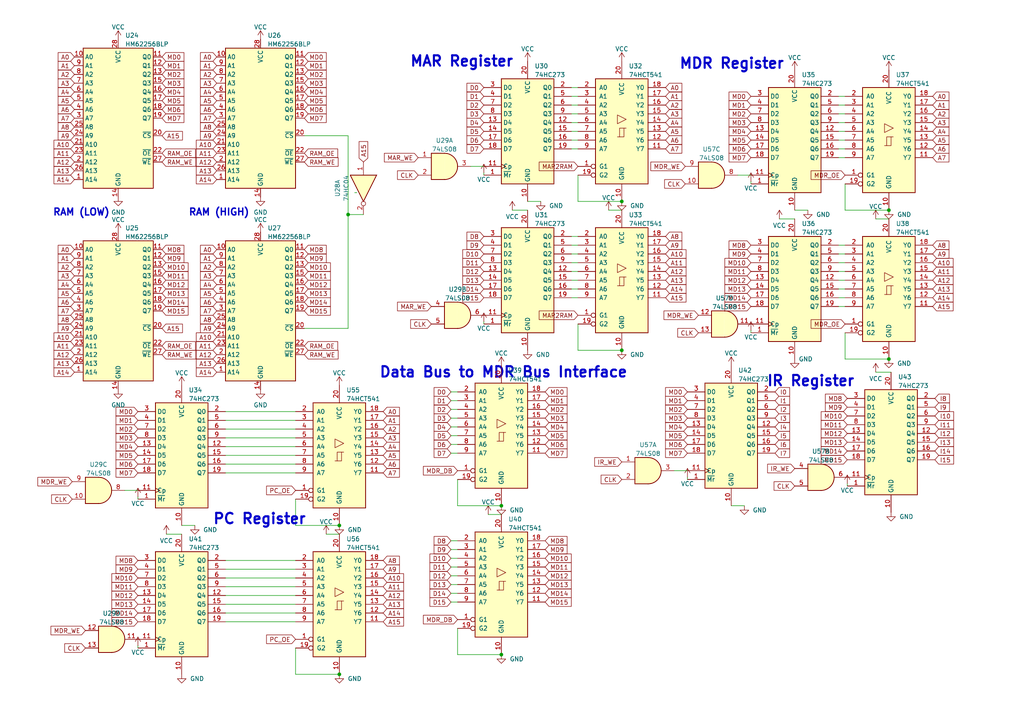
<source format=kicad_sch>
(kicad_sch (version 20211123) (generator eeschema)
  (paper "A4")
  (junction (at 145.415 146.685))
  (junction (at 98.425 195.58))
  (junction (at 145.415 189.865))
  (junction (at 100.965 62.23))
  (junction (at 98.425 152.4))
  (junction (at 180.34 101.6))
  (junction (at 180.34 58.42))
  (junction (at 257.81 104.14))
  (junction (at 257.81 60.96))
  (wire (pts (xy 243.205 71.12) (xy 245.11 71.12)))
  (wire (pts (xy 165.735 30.48) (xy 167.64 30.48)))
  (wire (pts (xy 65.405 175.26) (xy 85.725 175.26)))
  (wire (pts (xy 217.805 52.705) (xy 217.805 53.34)))
  (wire (pts (xy 243.205 27.94) (xy 245.11 27.94)))
  (wire (pts (xy 243.205 81.28) (xy 245.11 81.28)))
  (wire (pts (xy 245.11 104.14) (xy 245.11 96.52)))
  (wire (pts (xy 165.735 81.28) (xy 167.64 81.28)))
  (wire (pts (xy 167.64 101.6) (xy 167.64 93.98)))
  (wire (pts (xy 243.205 38.1) (xy 245.11 38.1)))
  (wire (pts (xy 145.415 189.865) (xy 132.715 189.865)))
  (wire (pts (xy 226.06 63.5) (xy 230.505 63.5)))
  (wire (pts (xy 65.405 172.72) (xy 85.725 172.72)))
  (wire (pts (xy 130.81 121.285) (xy 132.715 121.285)))
  (wire (pts (xy 130.81 116.205) (xy 132.715 116.205)))
  (wire (pts (xy 243.205 88.9) (xy 245.11 88.9)))
  (wire (pts (xy 243.205 33.02) (xy 245.11 33.02)))
  (wire (pts (xy 132.715 189.865) (xy 132.715 182.245)))
  (wire (pts (xy 176.53 60.96) (xy 180.34 60.96)))
  (wire (pts (xy 65.405 127) (xy 85.725 127)))
  (wire (pts (xy 167.64 58.42) (xy 167.64 50.8)))
  (wire (pts (xy 100.965 95.25) (xy 88.265 95.25)))
  (wire (pts (xy 140.335 50.165) (xy 140.335 50.8)))
  (wire (pts (xy 141.605 149.225) (xy 145.415 149.225)))
  (wire (pts (xy 65.405 121.92) (xy 85.725 121.92)))
  (wire (pts (xy 165.735 38.1) (xy 167.64 38.1)))
  (wire (pts (xy 165.735 27.94) (xy 167.64 27.94)))
  (wire (pts (xy 130.81 126.365) (xy 132.715 126.365)))
  (wire (pts (xy 245.11 60.96) (xy 245.11 53.34)))
  (wire (pts (xy 100.965 39.37) (xy 100.965 62.23)))
  (wire (pts (xy 180.34 58.42) (xy 167.64 58.42)))
  (wire (pts (xy 243.205 45.72) (xy 245.11 45.72)))
  (wire (pts (xy 65.405 132.08) (xy 85.725 132.08)))
  (wire (pts (xy 213.995 50.8) (xy 217.805 50.8)))
  (wire (pts (xy 165.735 83.82) (xy 167.64 83.82)))
  (wire (pts (xy 165.735 86.36) (xy 167.64 86.36)))
  (wire (pts (xy 165.735 76.2) (xy 167.64 76.2)))
  (wire (pts (xy 65.405 119.38) (xy 85.725 119.38)))
  (wire (pts (xy 52.705 152.4) (xy 56.515 152.4)))
  (wire (pts (xy 98.425 152.4) (xy 85.725 152.4)))
  (wire (pts (xy 165.735 25.4) (xy 167.64 25.4)))
  (wire (pts (xy 243.205 78.74) (xy 245.11 78.74)))
  (wire (pts (xy 243.205 35.56) (xy 245.11 35.56)))
  (wire (pts (xy 130.81 123.825) (xy 132.715 123.825)))
  (wire (pts (xy 243.205 43.18) (xy 245.11 43.18)))
  (wire (pts (xy 65.405 124.46) (xy 85.725 124.46)))
  (wire (pts (xy 165.735 78.74) (xy 167.64 78.74)))
  (wire (pts (xy 65.405 162.56) (xy 85.725 162.56)))
  (wire (pts (xy 165.735 43.18) (xy 167.64 43.18)))
  (wire (pts (xy 243.205 30.48) (xy 245.11 30.48)))
  (wire (pts (xy 145.415 146.685) (xy 132.715 146.685)))
  (wire (pts (xy 100.965 62.23) (xy 100.965 95.25)))
  (wire (pts (xy 130.81 174.625) (xy 132.715 174.625)))
  (wire (pts (xy 98.425 195.58) (xy 85.725 195.58)))
  (wire (pts (xy 132.715 146.685) (xy 132.715 139.065)))
  (wire (pts (xy 130.81 131.445) (xy 132.715 131.445)))
  (wire (pts (xy 130.81 161.925) (xy 132.715 161.925)))
  (wire (pts (xy 85.725 152.4) (xy 85.725 144.78)))
  (wire (pts (xy 165.735 68.58) (xy 167.64 68.58)))
  (wire (pts (xy 148.59 60.96) (xy 153.035 60.96)))
  (wire (pts (xy 65.405 137.16) (xy 85.725 137.16)))
  (wire (pts (xy 65.405 170.18) (xy 85.725 170.18)))
  (wire (pts (xy 65.405 180.34) (xy 85.725 180.34)))
  (wire (pts (xy 199.39 138.43) (xy 199.39 139.065)))
  (wire (pts (xy 243.205 73.66) (xy 245.11 73.66)))
  (wire (pts (xy 100.965 62.23) (xy 105.41 62.23)))
  (wire (pts (xy 254 107.95) (xy 258.445 107.95)))
  (wire (pts (xy 165.735 35.56) (xy 167.64 35.56)))
  (wire (pts (xy 130.81 172.085) (xy 132.715 172.085)))
  (wire (pts (xy 165.735 71.12) (xy 167.64 71.12)))
  (wire (pts (xy 243.205 76.2) (xy 245.11 76.2)))
  (wire (pts (xy 165.735 33.02) (xy 167.64 33.02)))
  (wire (pts (xy 40.005 144.145) (xy 40.005 144.78)))
  (wire (pts (xy 130.81 167.005) (xy 132.715 167.005)))
  (wire (pts (xy 65.405 134.62) (xy 85.725 134.62)))
  (wire (pts (xy 136.525 48.26) (xy 140.335 48.26)))
  (wire (pts (xy 48.26 154.94) (xy 52.705 154.94)))
  (wire (pts (xy 40.005 187.325) (xy 40.005 187.96)))
  (wire (pts (xy 180.34 101.6) (xy 167.64 101.6)))
  (wire (pts (xy 65.405 129.54) (xy 85.725 129.54)))
  (wire (pts (xy 165.735 40.64) (xy 167.64 40.64)))
  (wire (pts (xy 65.405 177.8) (xy 85.725 177.8)))
  (wire (pts (xy 243.205 86.36) (xy 245.11 86.36)))
  (wire (pts (xy 94.615 154.94) (xy 98.425 154.94)))
  (wire (pts (xy 88.265 39.37) (xy 100.965 39.37)))
  (wire (pts (xy 230.505 60.96) (xy 234.315 60.96)))
  (wire (pts (xy 130.81 169.545) (xy 132.715 169.545)))
  (wire (pts (xy 243.205 40.64) (xy 245.11 40.64)))
  (wire (pts (xy 65.405 165.1) (xy 85.725 165.1)))
  (wire (pts (xy 85.725 195.58) (xy 85.725 187.96)))
  (wire (pts (xy 257.81 60.96) (xy 245.11 60.96)))
  (wire (pts (xy 153.035 58.42) (xy 156.845 58.42)))
  (wire (pts (xy 130.81 118.745) (xy 132.715 118.745)))
  (wire (pts (xy 130.81 164.465) (xy 132.715 164.465)))
  (wire (pts (xy 65.405 167.64) (xy 85.725 167.64)))
  (wire (pts (xy 140.335 93.345) (xy 140.335 93.98)))
  (wire (pts (xy 257.81 104.14) (xy 245.11 104.14)))
  (wire (pts (xy 36.195 142.24) (xy 40.005 142.24)))
  (wire (pts (xy 130.81 128.905) (xy 132.715 128.905)))
  (wire (pts (xy 165.735 73.66) (xy 167.64 73.66)))
  (wire (pts (xy 254 63.5) (xy 257.81 63.5)))
  (wire (pts (xy 195.58 136.525) (xy 199.39 136.525)))
  (wire (pts (xy 130.81 113.665) (xy 132.715 113.665)))
  (wire (pts (xy 212.09 146.685) (xy 215.9 146.685)))
  (wire (pts (xy 130.81 156.845) (xy 132.715 156.845)))
  (wire (pts (xy 243.205 83.82) (xy 245.11 83.82)))
  (wire (pts (xy 245.745 140.335) (xy 245.745 140.97)))
  (wire (pts (xy 217.805 95.885) (xy 217.805 96.52)))
  (wire (pts (xy 102.87 55.88) (xy 103.505 55.88)))
  (wire (pts (xy 130.81 159.385) (xy 132.715 159.385)))
  (text "MDR Register" (at 196.85 20.32 0) (effects (font (size 3 3) (thickness 0.6) bold) (justify left bottom)))
  (text "PC Register" (at 61.595 152.4 0) (effects (font (size 3 3) (thickness 0.6) bold) (justify left bottom)))
  (text "IR Register" (at 222.25 112.395 0) (effects (font (size 3 3) (thickness 0.6) bold) (justify left bottom)))
  (text "RAM (HIGH)" (at 54.61 62.865 0) (effects (font (size 2 2) bold) (justify left bottom)))
  (text "MAR Register" (at 118.745 19.685 0) (effects (font (size 3 3) (thickness 0.6) bold) (justify left bottom)))
  (text "RAM (LOW)" (at 15.24 62.865 0) (effects (font (size 2 2) bold) (justify left bottom)))
  (text "Data Bus to MDR Bus Interface" (at 109.855 109.855 0) (effects (font (size 3 3) (thickness 0.6) bold) (justify left bottom)))
  (global_label "MD7" (shape input) (at 40.005 137.16 180) (property "Intersheet References" "${INTERSHEET_REFS}" (effects hide)))
  (global_label "D1" (shape input) (at 130.81 116.205 180) (property "Intersheet References" "${INTERSHEET_REFS}" (effects hide)))
  (global_label "A12" (shape input) (at 21.59 102.87 180) (property "Intersheet References" "${INTERSHEET_REFS}" (effects hide)))
  (global_label "MD12" (shape input) (at 245.745 125.73 180) (property "Intersheet References" "${INTERSHEET_REFS}" (effects hide)))
  (global_label "D0" (shape input) (at 130.81 113.665 180) (property "Intersheet References" "${INTERSHEET_REFS}" (effects hide)))
  (global_label "A2" (shape input) (at 62.865 77.47 180) (property "Intersheet References" "${INTERSHEET_REFS}" (effects hide)))
  (global_label "A9" (shape input) (at 62.865 95.25 180) (property "Intersheet References" "${INTERSHEET_REFS}" (effects hide)))
  (global_label "PC_OE" (shape input) (at 85.725 142.24 180) (property "Intersheet References" "${INTERSHEET_REFS}" (effects hide)))
  (global_label "MD0" (shape input) (at 158.115 113.665 0) (property "Intersheet References" "${INTERSHEET_REFS}" (effects hide)))
  (global_label "A10" (shape input) (at 270.51 76.2 0) (property "Intersheet References" "${INTERSHEET_REFS}" (effects hide)))
  (global_label "MD1" (shape input) (at 46.99 19.05 0) (property "Intersheet References" "${INTERSHEET_REFS}" (effects hide)))
  (global_label "D5" (shape input) (at 140.335 38.1 180) (property "Intersheet References" "${INTERSHEET_REFS}" (effects hide)))
  (global_label "RAM_OE" (shape input) (at 46.99 44.45 0) (property "Intersheet References" "${INTERSHEET_REFS}" (effects hide)))
  (global_label "MD0" (shape input) (at 88.265 16.51 0) (property "Intersheet References" "${INTERSHEET_REFS}" (effects hide)))
  (global_label "MD14" (shape input) (at 245.745 130.81 180) (property "Intersheet References" "${INTERSHEET_REFS}" (effects hide)))
  (global_label "MD0" (shape input) (at 217.805 27.94 180) (property "Intersheet References" "${INTERSHEET_REFS}" (effects hide)))
  (global_label "A7" (shape input) (at 62.865 34.29 180) (property "Intersheet References" "${INTERSHEET_REFS}" (effects hide)))
  (global_label "A13" (shape input) (at 111.125 175.26 0) (property "Intersheet References" "${INTERSHEET_REFS}" (effects hide)))
  (global_label "A7" (shape input) (at 21.59 90.17 180) (property "Intersheet References" "${INTERSHEET_REFS}" (effects hide)))
  (global_label "I15" (shape input) (at 271.145 133.35 0) (property "Intersheet References" "${INTERSHEET_REFS}" (effects hide)))
  (global_label "A14" (shape input) (at 62.865 52.07 180) (property "Intersheet References" "${INTERSHEET_REFS}" (effects hide)))
  (global_label "D3" (shape input) (at 140.335 33.02 180) (property "Intersheet References" "${INTERSHEET_REFS}" (effects hide)))
  (global_label "A15" (shape input) (at 46.99 39.37 0) (property "Intersheet References" "${INTERSHEET_REFS}" (effects hide)))
  (global_label "I13" (shape input) (at 271.145 128.27 0) (property "Intersheet References" "${INTERSHEET_REFS}" (effects hide)))
  (global_label "I4" (shape input) (at 224.79 123.825 0) (property "Intersheet References" "${INTERSHEET_REFS}" (effects hide)))
  (global_label "MD5" (shape input) (at 46.99 29.21 0) (property "Intersheet References" "${INTERSHEET_REFS}" (effects hide)))
  (global_label "A1" (shape input) (at 62.865 74.93 180) (property "Intersheet References" "${INTERSHEET_REFS}" (effects hide)))
  (global_label "A3" (shape input) (at 111.125 127 0) (property "Intersheet References" "${INTERSHEET_REFS}" (effects hide)))
  (global_label "MD12" (shape input) (at 88.265 82.55 0) (property "Intersheet References" "${INTERSHEET_REFS}" (effects hide)))
  (global_label "MD11" (shape input) (at 40.005 170.18 180) (property "Intersheet References" "${INTERSHEET_REFS}" (effects hide)))
  (global_label "MD2" (shape input) (at 158.115 118.745 0) (property "Intersheet References" "${INTERSHEET_REFS}" (effects hide)))
  (global_label "MD6" (shape input) (at 46.99 31.75 0) (property "Intersheet References" "${INTERSHEET_REFS}" (effects hide)))
  (global_label "D12" (shape input) (at 140.335 78.74 180) (property "Intersheet References" "${INTERSHEET_REFS}" (effects hide)))
  (global_label "A12" (shape input) (at 62.865 102.87 180) (property "Intersheet References" "${INTERSHEET_REFS}" (effects hide)))
  (global_label "I3" (shape input) (at 224.79 121.285 0) (property "Intersheet References" "${INTERSHEET_REFS}" (effects hide)))
  (global_label "D12" (shape input) (at 130.81 167.005 180) (property "Intersheet References" "${INTERSHEET_REFS}" (effects hide)))
  (global_label "A6" (shape input) (at 193.04 40.64 0) (property "Intersheet References" "${INTERSHEET_REFS}" (effects hide)))
  (global_label "A10" (shape input) (at 62.865 97.79 180) (property "Intersheet References" "${INTERSHEET_REFS}" (effects hide)))
  (global_label "D15" (shape input) (at 130.81 174.625 180) (property "Intersheet References" "${INTERSHEET_REFS}" (effects hide)))
  (global_label "MD12" (shape input) (at 46.99 82.55 0) (property "Intersheet References" "${INTERSHEET_REFS}" (effects hide)))
  (global_label "A3" (shape input) (at 21.59 80.01 180) (property "Intersheet References" "${INTERSHEET_REFS}" (effects hide)))
  (global_label "I6" (shape input) (at 224.79 128.905 0) (property "Intersheet References" "${INTERSHEET_REFS}" (effects hide)))
  (global_label "A9" (shape input) (at 21.59 95.25 180) (property "Intersheet References" "${INTERSHEET_REFS}" (effects hide)))
  (global_label "MD14" (shape input) (at 217.805 86.36 180) (property "Intersheet References" "${INTERSHEET_REFS}" (effects hide)))
  (global_label "MD13" (shape input) (at 217.805 83.82 180) (property "Intersheet References" "${INTERSHEET_REFS}" (effects hide)))
  (global_label "MD9" (shape input) (at 40.005 165.1 180) (property "Intersheet References" "${INTERSHEET_REFS}" (effects hide)))
  (global_label "D11" (shape input) (at 140.335 76.2 180) (property "Intersheet References" "${INTERSHEET_REFS}" (effects hide)))
  (global_label "D14" (shape input) (at 130.81 172.085 180) (property "Intersheet References" "${INTERSHEET_REFS}" (effects hide)))
  (global_label "A10" (shape input) (at 21.59 97.79 180) (property "Intersheet References" "${INTERSHEET_REFS}" (effects hide)))
  (global_label "A6" (shape input) (at 111.125 134.62 0) (property "Intersheet References" "${INTERSHEET_REFS}" (effects hide)))
  (global_label "A11" (shape input) (at 62.865 44.45 180) (property "Intersheet References" "${INTERSHEET_REFS}" (effects hide)))
  (global_label "MD5" (shape input) (at 217.805 40.64 180) (property "Intersheet References" "${INTERSHEET_REFS}" (effects hide)))
  (global_label "MD8" (shape input) (at 217.805 71.12 180) (property "Intersheet References" "${INTERSHEET_REFS}" (effects hide)))
  (global_label "MD11" (shape input) (at 46.99 80.01 0) (property "Intersheet References" "${INTERSHEET_REFS}" (effects hide)))
  (global_label "MD14" (shape input) (at 158.115 172.085 0) (property "Intersheet References" "${INTERSHEET_REFS}" (effects hide)))
  (global_label "A4" (shape input) (at 62.865 82.55 180) (property "Intersheet References" "${INTERSHEET_REFS}" (effects hide)))
  (global_label "MD1" (shape input) (at 88.265 19.05 0) (property "Intersheet References" "${INTERSHEET_REFS}" (effects hide)))
  (global_label "MD7" (shape input) (at 88.265 34.29 0) (property "Intersheet References" "${INTERSHEET_REFS}" (effects hide)))
  (global_label "MDR_OE" (shape input) (at 245.11 93.98 180) (property "Intersheet References" "${INTERSHEET_REFS}" (effects hide)))
  (global_label "I8" (shape input) (at 271.145 115.57 0) (property "Intersheet References" "${INTERSHEET_REFS}" (effects hide)))
  (global_label "MD4" (shape input) (at 40.005 129.54 180) (property "Intersheet References" "${INTERSHEET_REFS}" (effects hide)))
  (global_label "CLK" (shape input) (at 198.755 53.34 180) (property "Intersheet References" "${INTERSHEET_REFS}" (effects hide)))
  (global_label "MD10" (shape input) (at 217.805 76.2 180) (property "Intersheet References" "${INTERSHEET_REFS}" (effects hide)))
  (global_label "MD1" (shape input) (at 199.39 116.205 180) (property "Intersheet References" "${INTERSHEET_REFS}" (effects hide)))
  (global_label "MD2" (shape input) (at 199.39 118.745 180) (property "Intersheet References" "${INTERSHEET_REFS}" (effects hide)))
  (global_label "A0" (shape input) (at 21.59 72.39 180) (property "Intersheet References" "${INTERSHEET_REFS}" (effects hide)))
  (global_label "A4" (shape input) (at 111.125 129.54 0) (property "Intersheet References" "${INTERSHEET_REFS}" (effects hide)))
  (global_label "MD5" (shape input) (at 158.115 126.365 0) (property "Intersheet References" "${INTERSHEET_REFS}" (effects hide)))
  (global_label "A8" (shape input) (at 111.125 162.56 0) (property "Intersheet References" "${INTERSHEET_REFS}" (effects hide)))
  (global_label "A13" (shape input) (at 21.59 105.41 180) (property "Intersheet References" "${INTERSHEET_REFS}" (effects hide)))
  (global_label "PC_OE" (shape input) (at 85.725 185.42 180) (property "Intersheet References" "${INTERSHEET_REFS}" (effects hide)))
  (global_label "A4" (shape input) (at 62.865 26.67 180) (property "Intersheet References" "${INTERSHEET_REFS}" (effects hide)))
  (global_label "A8" (shape input) (at 193.04 68.58 0) (property "Intersheet References" "${INTERSHEET_REFS}" (effects hide)))
  (global_label "D13" (shape input) (at 140.335 81.28 180) (property "Intersheet References" "${INTERSHEET_REFS}" (effects hide)))
  (global_label "RAM_WE" (shape input) (at 88.265 102.87 0) (property "Intersheet References" "${INTERSHEET_REFS}" (effects hide)))
  (global_label "MD15" (shape input) (at 245.745 133.35 180) (property "Intersheet References" "${INTERSHEET_REFS}" (effects hide)))
  (global_label "D4" (shape input) (at 130.81 123.825 180) (property "Intersheet References" "${INTERSHEET_REFS}" (effects hide)))
  (global_label "A11" (shape input) (at 21.59 44.45 180) (property "Intersheet References" "${INTERSHEET_REFS}" (effects hide)))
  (global_label "A6" (shape input) (at 21.59 87.63 180) (property "Intersheet References" "${INTERSHEET_REFS}" (effects hide)))
  (global_label "MD15" (shape input) (at 40.005 180.34 180) (property "Intersheet References" "${INTERSHEET_REFS}" (effects hide)))
  (global_label "A7" (shape input) (at 270.51 45.72 0) (property "Intersheet References" "${INTERSHEET_REFS}" (effects hide)))
  (global_label "A7" (shape input) (at 111.125 137.16 0) (property "Intersheet References" "${INTERSHEET_REFS}" (effects hide)))
  (global_label "A13" (shape input) (at 193.04 81.28 0) (property "Intersheet References" "${INTERSHEET_REFS}" (effects hide)))
  (global_label "MD14" (shape input) (at 40.005 177.8 180) (property "Intersheet References" "${INTERSHEET_REFS}" (effects hide)))
  (global_label "A14" (shape input) (at 62.865 107.95 180) (property "Intersheet References" "${INTERSHEET_REFS}" (effects hide)))
  (global_label "A9" (shape input) (at 193.04 71.12 0) (property "Intersheet References" "${INTERSHEET_REFS}" (effects hide)))
  (global_label "A11" (shape input) (at 193.04 76.2 0) (property "Intersheet References" "${INTERSHEET_REFS}" (effects hide)))
  (global_label "D6" (shape input) (at 140.335 40.64 180) (property "Intersheet References" "${INTERSHEET_REFS}" (effects hide)))
  (global_label "MD4" (shape input) (at 88.265 26.67 0) (property "Intersheet References" "${INTERSHEET_REFS}" (effects hide)))
  (global_label "I14" (shape input) (at 271.145 130.81 0) (property "Intersheet References" "${INTERSHEET_REFS}" (effects hide)))
  (global_label "A12" (shape input) (at 193.04 78.74 0) (property "Intersheet References" "${INTERSHEET_REFS}" (effects hide)))
  (global_label "MAR2RAM" (shape input) (at 167.64 48.26 180) (property "Intersheet References" "${INTERSHEET_REFS}" (effects hide)))
  (global_label "MD6" (shape input) (at 217.805 43.18 180) (property "Intersheet References" "${INTERSHEET_REFS}" (effects hide)))
  (global_label "A9" (shape input) (at 21.59 39.37 180) (property "Intersheet References" "${INTERSHEET_REFS}" (effects hide)))
  (global_label "A2" (shape input) (at 111.125 124.46 0) (property "Intersheet References" "${INTERSHEET_REFS}" (effects hide)))
  (global_label "MD10" (shape input) (at 46.99 77.47 0) (property "Intersheet References" "${INTERSHEET_REFS}" (effects hide)))
  (global_label "A1" (shape input) (at 270.51 30.48 0) (property "Intersheet References" "${INTERSHEET_REFS}" (effects hide)))
  (global_label "CLK" (shape input) (at 125.095 93.98 180) (property "Intersheet References" "${INTERSHEET_REFS}" (effects hide)))
  (global_label "A14" (shape input) (at 111.125 177.8 0) (property "Intersheet References" "${INTERSHEET_REFS}" (effects hide)))
  (global_label "A0" (shape input) (at 62.865 16.51 180) (property "Intersheet References" "${INTERSHEET_REFS}" (effects hide)))
  (global_label "A0" (shape input) (at 270.51 27.94 0) (property "Intersheet References" "${INTERSHEET_REFS}" (effects hide)))
  (global_label "A0" (shape input) (at 62.865 72.39 180) (property "Intersheet References" "${INTERSHEET_REFS}" (effects hide)))
  (global_label "MD8" (shape input) (at 245.745 115.57 180) (property "Intersheet References" "${INTERSHEET_REFS}" (effects hide)))
  (global_label "CLK" (shape input) (at 202.565 96.52 180) (property "Intersheet References" "${INTERSHEET_REFS}" (effects hide)))
  (global_label "MD8" (shape input) (at 40.005 162.56 180) (property "Intersheet References" "${INTERSHEET_REFS}" (effects hide)))
  (global_label "D5" (shape input) (at 130.81 126.365 180) (property "Intersheet References" "${INTERSHEET_REFS}" (effects hide)))
  (global_label "D0" (shape input) (at 140.335 25.4 180) (property "Intersheet References" "${INTERSHEET_REFS}" (effects hide)))
  (global_label "A14" (shape input) (at 21.59 107.95 180) (property "Intersheet References" "${INTERSHEET_REFS}" (effects hide)))
  (global_label "MD5" (shape input) (at 199.39 126.365 180) (property "Intersheet References" "${INTERSHEET_REFS}" (effects hide)))
  (global_label "MD5" (shape input) (at 40.005 132.08 180) (property "Intersheet References" "${INTERSHEET_REFS}" (effects hide)))
  (global_label "MD2" (shape input) (at 40.005 124.46 180) (property "Intersheet References" "${INTERSHEET_REFS}" (effects hide)))
  (global_label "MD12" (shape input) (at 217.805 81.28 180) (property "Intersheet References" "${INTERSHEET_REFS}" (effects hide)))
  (global_label "MD8" (shape input) (at 46.99 72.39 0) (property "Intersheet References" "${INTERSHEET_REFS}" (effects hide)))
  (global_label "D7" (shape input) (at 130.81 131.445 180) (property "Intersheet References" "${INTERSHEET_REFS}" (effects hide)))
  (global_label "MD15" (shape input) (at 88.265 90.17 0) (property "Intersheet References" "${INTERSHEET_REFS}" (effects hide)))
  (global_label "MD14" (shape input) (at 46.99 87.63 0) (property "Intersheet References" "${INTERSHEET_REFS}" (effects hide)))
  (global_label "A7" (shape input) (at 21.59 34.29 180) (property "Intersheet References" "${INTERSHEET_REFS}" (effects hide)))
  (global_label "RAM_OE" (shape input) (at 46.99 100.33 0) (property "Intersheet References" "${INTERSHEET_REFS}" (effects hide)))
  (global_label "IR_WE" (shape input) (at 230.505 135.89 180) (property "Intersheet References" "${INTERSHEET_REFS}" (effects hide)))
  (global_label "A3" (shape input) (at 21.59 24.13 180) (property "Intersheet References" "${INTERSHEET_REFS}" (effects hide)))
  (global_label "A6" (shape input) (at 21.59 31.75 180) (property "Intersheet References" "${INTERSHEET_REFS}" (effects hide)))
  (global_label "MDR_DB" (shape input) (at 132.715 136.525 180) (property "Intersheet References" "${INTERSHEET_REFS}" (effects hide)))
  (global_label "MD9" (shape input) (at 158.115 159.385 0) (property "Intersheet References" "${INTERSHEET_REFS}" (effects hide)))
  (global_label "A10" (shape input) (at 21.59 41.91 180) (property "Intersheet References" "${INTERSHEET_REFS}" (effects hide)))
  (global_label "MDR_WE" (shape input) (at 198.755 48.26 180) (property "Intersheet References" "${INTERSHEET_REFS}" (effects hide)))
  (global_label "A3" (shape input) (at 270.51 35.56 0) (property "Intersheet References" "${INTERSHEET_REFS}" (effects hide)))
  (global_label "D14" (shape input) (at 140.335 83.82 180) (property "Intersheet References" "${INTERSHEET_REFS}" (effects hide)))
  (global_label "A15" (shape input) (at 193.04 86.36 0) (property "Intersheet References" "${INTERSHEET_REFS}" (effects hide)))
  (global_label "RAM_WE" (shape input) (at 46.99 46.99 0) (property "Intersheet References" "${INTERSHEET_REFS}" (effects hide)))
  (global_label "CLK" (shape input) (at 20.955 144.78 180) (property "Intersheet References" "${INTERSHEET_REFS}" (effects hide)))
  (global_label "D7" (shape input) (at 140.335 43.18 180) (property "Intersheet References" "${INTERSHEET_REFS}" (effects hide)))
  (global_label "MD10" (shape input) (at 88.265 77.47 0) (property "Intersheet References" "${INTERSHEET_REFS}" (effects hide)))
  (global_label "MDR_WE" (shape input) (at 202.565 91.44 180) (property "Intersheet References" "${INTERSHEET_REFS}" (effects hide)))
  (global_label "A0" (shape input) (at 193.04 25.4 0) (property "Intersheet References" "${INTERSHEET_REFS}" (effects hide)))
  (global_label "A14" (shape input) (at 193.04 83.82 0) (property "Intersheet References" "${INTERSHEET_REFS}" (effects hide)))
  (global_label "A13" (shape input) (at 21.59 49.53 180) (property "Intersheet References" "${INTERSHEET_REFS}" (effects hide)))
  (global_label "MD10" (shape input) (at 40.005 167.64 180) (property "Intersheet References" "${INTERSHEET_REFS}" (effects hide)))
  (global_label "A13" (shape input) (at 62.865 49.53 180) (property "Intersheet References" "${INTERSHEET_REFS}" (effects hide)))
  (global_label "I10" (shape input) (at 271.145 120.65 0) (property "Intersheet References" "${INTERSHEET_REFS}" (effects hide)))
  (global_label "I12" (shape input) (at 271.145 125.73 0) (property "Intersheet References" "${INTERSHEET_REFS}" (effects hide)))
  (global_label "MD1" (shape input) (at 40.005 121.92 180) (property "Intersheet References" "${INTERSHEET_REFS}" (effects hide)))
  (global_label "A1" (shape input) (at 21.59 74.93 180) (property "Intersheet References" "${INTERSHEET_REFS}" (effects hide)))
  (global_label "MD7" (shape input) (at 158.115 131.445 0) (property "Intersheet References" "${INTERSHEET_REFS}" (effects hide)))
  (global_label "A6" (shape input) (at 62.865 31.75 180) (property "Intersheet References" "${INTERSHEET_REFS}" (effects hide)))
  (global_label "MD8" (shape input) (at 88.265 72.39 0) (property "Intersheet References" "${INTERSHEET_REFS}" (effects hide)))
  (global_label "CLK" (shape input) (at 24.765 187.96 180) (property "Intersheet References" "${INTERSHEET_REFS}" (effects hide)))
  (global_label "D15" (shape input) (at 140.335 86.36 180) (property "Intersheet References" "${INTERSHEET_REFS}" (effects hide)))
  (global_label "I5" (shape input) (at 224.79 126.365 0) (property "Intersheet References" "${INTERSHEET_REFS}" (effects hide)))
  (global_label "MD15" (shape input) (at 217.805 88.9 180) (property "Intersheet References" "${INTERSHEET_REFS}" (effects hide)))
  (global_label "A0" (shape input) (at 111.125 119.38 0) (property "Intersheet References" "${INTERSHEET_REFS}" (effects hide)))
  (global_label "A13" (shape input) (at 270.51 83.82 0) (property "Intersheet References" "${INTERSHEET_REFS}" (effects hide)))
  (global_label "MD3" (shape input) (at 217.805 35.56 180) (property "Intersheet References" "${INTERSHEET_REFS}" (effects hide)))
  (global_label "A1" (shape input) (at 111.125 121.92 0) (property "Intersheet References" "${INTERSHEET_REFS}" (effects hide)))
  (global_label "MD11" (shape input) (at 88.265 80.01 0) (property "Intersheet References" "${INTERSHEET_REFS}" (effects hide)))
  (global_label "MD7" (shape input) (at 199.39 131.445 180) (property "Intersheet References" "${INTERSHEET_REFS}" (effects hide)))
  (global_label "RAM_WE" (shape input) (at 46.99 102.87 0) (property "Intersheet References" "${INTERSHEET_REFS}" (effects hide)))
  (global_label "A3" (shape input) (at 62.865 24.13 180) (property "Intersheet References" "${INTERSHEET_REFS}" (effects hide)))
  (global_label "D1" (shape input) (at 140.335 27.94 180) (property "Intersheet References" "${INTERSHEET_REFS}" (effects hide)))
  (global_label "A9" (shape input) (at 111.125 165.1 0) (property "Intersheet References" "${INTERSHEET_REFS}" (effects hide)))
  (global_label "MD13" (shape input) (at 40.005 175.26 180) (property "Intersheet References" "${INTERSHEET_REFS}" (effects hide)))
  (global_label "MDR_WE" (shape input) (at 24.765 182.88 180) (property "Intersheet References" "${INTERSHEET_REFS}" (effects hide)))
  (global_label "A2" (shape input) (at 21.59 77.47 180) (property "Intersheet References" "${INTERSHEET_REFS}" (effects hide)))
  (global_label "MD6" (shape input) (at 199.39 128.905 180) (property "Intersheet References" "${INTERSHEET_REFS}" (effects hide)))
  (global_label "A12" (shape input) (at 62.865 46.99 180) (property "Intersheet References" "${INTERSHEET_REFS}" (effects hide)))
  (global_label "A11" (shape input) (at 111.125 170.18 0) (property "Intersheet References" "${INTERSHEET_REFS}" (effects hide)))
  (global_label "D3" (shape input) (at 130.81 121.285 180) (property "Intersheet References" "${INTERSHEET_REFS}" (effects hide)))
  (global_label "MD9" (shape input) (at 217.805 73.66 180) (property "Intersheet References" "${INTERSHEET_REFS}" (effects hide)))
  (global_label "MAR2RAM" (shape input) (at 167.64 91.44 180) (property "Intersheet References" "${INTERSHEET_REFS}" (effects hide)))
  (global_label "I11" (shape input) (at 271.145 123.19 0) (property "Intersheet References" "${INTERSHEET_REFS}" (effects hide)))
  (global_label "A5" (shape input) (at 270.51 40.64 0) (property "Intersheet References" "${INTERSHEET_REFS}" (effects hide)))
  (global_label "D9" (shape input) (at 130.81 159.385 180) (property "Intersheet References" "${INTERSHEET_REFS}" (effects hide)))
  (global_label "MD3" (shape input) (at 46.99 24.13 0) (property "Intersheet References" "${INTERSHEET_REFS}" (effects hide)))
  (global_label "D10" (shape input) (at 140.335 73.66 180) (property "Intersheet References" "${INTERSHEET_REFS}" (effects hide)))
  (global_label "MD3" (shape input) (at 40.005 127 180) (property "Intersheet References" "${INTERSHEET_REFS}" (effects hide)))
  (global_label "A11" (shape input) (at 270.51 78.74 0) (property "Intersheet References" "${INTERSHEET_REFS}" (effects hide)))
  (global_label "MD6" (shape input) (at 158.115 128.905 0) (property "Intersheet References" "${INTERSHEET_REFS}" (effects hide)))
  (global_label "I9" (shape input) (at 271.145 118.11 0) (property "Intersheet References" "${INTERSHEET_REFS}" (effects hide)))
  (global_label "A2" (shape input) (at 270.51 33.02 0) (property "Intersheet References" "${INTERSHEET_REFS}" (effects hide)))
  (global_label "A8" (shape input) (at 62.865 92.71 180) (property "Intersheet References" "${INTERSHEET_REFS}" (effects hide)))
  (global_label "MD11" (shape input) (at 245.745 123.19 180) (property "Intersheet References" "${INTERSHEET_REFS}" (effects hide)))
  (global_label "MD15" (shape input) (at 158.115 174.625 0) (property "Intersheet References" "${INTERSHEET_REFS}" (effects hide)))
  (global_label "RAM_OE" (shape input) (at 88.265 100.33 0) (property "Intersheet References" "${INTERSHEET_REFS}" (effects hide)))
  (global_label "D13" (shape input) (at 130.81 169.545 180) (property "Intersheet References" "${INTERSHEET_REFS}" (effects hide)))
  (global_label "MD0" (shape input) (at 40.005 119.38 180) (property "Intersheet References" "${INTERSHEET_REFS}" (effects hide)))
  (global_label "MD14" (shape input) (at 88.265 87.63 0) (property "Intersheet References" "${INTERSHEET_REFS}" (effects hide)))
  (global_label "A4" (shape input) (at 193.04 35.56 0) (property "Intersheet References" "${INTERSHEET_REFS}" (effects hide)))
  (global_label "A13" (shape input) (at 62.865 105.41 180) (property "Intersheet References" "${INTERSHEET_REFS}" (effects hide)))
  (global_label "MD6" (shape input) (at 88.265 31.75 0) (property "Intersheet References" "${INTERSHEET_REFS}" (effects hide)))
  (global_label "MD8" (shape input) (at 158.115 156.845 0) (property "Intersheet References" "${INTERSHEET_REFS}" (effects hide)))
  (global_label "A1" (shape input) (at 62.865 19.05 180) (property "Intersheet References" "${INTERSHEET_REFS}" (effects hide)))
  (global_label "MD12" (shape input) (at 40.005 172.72 180) (property "Intersheet References" "${INTERSHEET_REFS}" (effects hide)))
  (global_label "MD15" (shape input) (at 46.99 90.17 0) (property "Intersheet References" "${INTERSHEET_REFS}" (effects hide)))
  (global_label "MD9" (shape input) (at 245.745 118.11 180) (property "Intersheet References" "${INTERSHEET_REFS}" (effects hide)))
  (global_label "MD12" (shape input) (at 158.115 167.005 0) (property "Intersheet References" "${INTERSHEET_REFS}" (effects hide)))
  (global_label "I0" (shape input) (at 224.79 113.665 0) (property "Intersheet References" "${INTERSHEET_REFS}" (effects hide)))
  (global_label "MD3" (shape input) (at 158.115 121.285 0) (property "Intersheet References" "${INTERSHEET_REFS}" (effects hide)))
  (global_label "A2" (shape input) (at 193.04 30.48 0) (property "Intersheet References" "${INTERSHEET_REFS}" (effects hide)))
  (global_label "MD11" (shape input) (at 158.115 164.465 0) (property "Intersheet References" "${INTERSHEET_REFS}" (effects hide)))
  (global_label "D8" (shape input) (at 140.335 68.58 180) (property "Intersheet References" "${INTERSHEET_REFS}" (effects hide)))
  (global_label "A7" (shape input) (at 193.04 43.18 0) (property "Intersheet References" "${INTERSHEET_REFS}" (effects hide)))
  (global_label "MD9" (shape input) (at 88.265 74.93 0) (property "Intersheet References" "${INTERSHEET_REFS}" (effects hide)))
  (global_label "MD9" (shape input) (at 46.99 74.93 0) (property "Intersheet References" "${INTERSHEET_REFS}" (effects hide)))
  (global_label "A9" (shape input) (at 62.865 39.37 180) (property "Intersheet References" "${INTERSHEET_REFS}" (effects hide)))
  (global_label "D4" (shape input) (at 140.335 35.56 180) (property "Intersheet References" "${INTERSHEET_REFS}" (effects hide)))
  (global_label "MD7" (shape input) (at 217.805 45.72 180) (property "Intersheet References" "${INTERSHEET_REFS}" (effects hide)))
  (global_label "MDR_WE" (shape input) (at 20.955 139.7 180) (property "Intersheet References" "${INTERSHEET_REFS}" (effects hide)))
  (global_label "A11" (shape input) (at 62.865 100.33 180) (property "Intersheet References" "${INTERSHEET_REFS}" (effects hide)))
  (global_label "I1" (shape input) (at 224.79 116.205 0) (property "Intersheet References" "${INTERSHEET_REFS}" (effects hide)))
  (global_label "A10" (shape input) (at 193.04 73.66 0) (property "Intersheet References" "${INTERSHEET_REFS}" (effects hide)))
  (global_label "MD2" (shape input) (at 88.265 21.59 0) (property "Intersheet References" "${INTERSHEET_REFS}" (effects hide)))
  (global_label "CLK" (shape input) (at 121.285 50.8 180) (property "Intersheet References" "${INTERSHEET_REFS}" (effects hide)))
  (global_label "A8" (shape input) (at 62.865 36.83 180) (property "Intersheet References" "${INTERSHEET_REFS}" (effects hide)))
  (global_label "A5" (shape input) (at 62.865 29.21 180) (property "Intersheet References" "${INTERSHEET_REFS}" (effects hide)))
  (global_label "MD13" (shape input) (at 158.115 169.545 0) (property "Intersheet References" "${INTERSHEET_REFS}" (effects hide)))
  (global_label "A5" (shape input) (at 21.59 29.21 180) (property "Intersheet References" "${INTERSHEET_REFS}" (effects hide)))
  (global_label "I7" (shape input) (at 224.79 131.445 0) (property "Intersheet References" "${INTERSHEET_REFS}" (effects hide)))
  (global_label "A15" (shape input) (at 270.51 88.9 0) (property "Intersheet References" "${INTERSHEET_REFS}" (effects hide)))
  (global_label "MD11" (shape input) (at 217.805 78.74 180) (property "Intersheet References" "${INTERSHEET_REFS}" (effects hide)))
  (global_label "RAM_OE" (shape input) (at 88.265 44.45 0) (property "Intersheet References" "${INTERSHEET_REFS}" (effects hide)))
  (global_label "A14" (shape input) (at 21.59 52.07 180) (property "Intersheet References" "${INTERSHEET_REFS}" (effects hide)))
  (global_label "MD1" (shape input) (at 158.115 116.205 0) (property "Intersheet References" "${INTERSHEET_REFS}" (effects hide)))
  (global_label "A5" (shape input) (at 21.59 85.09 180) (property "Intersheet References" "${INTERSHEET_REFS}" (effects hide)))
  (global_label "MD1" (shape input) (at 217.805 30.48 180) (property "Intersheet References" "${INTERSHEET_REFS}" (effects hide)))
  (global_label "CLK" (shape input) (at 180.34 139.065 180) (property "Intersheet References" "${INTERSHEET_REFS}" (effects hide)))
  (global_label "A6" (shape input) (at 62.865 87.63 180) (property "Intersheet References" "${INTERSHEET_REFS}" (effects hide)))
  (global_label "A14" (shape input) (at 270.51 86.36 0) (property "Intersheet References" "${INTERSHEET_REFS}" (effects hide)))
  (global_label "MD4" (shape input) (at 199.39 123.825 180) (property "Intersheet References" "${INTERSHEET_REFS}" (effects hide)))
  (global_label "MD2" (shape input) (at 217.805 33.02 180) (property "Intersheet References" "${INTERSHEET_REFS}" (effects hide)))
  (global_label "MD0" (shape input) (at 46.99 16.51 0) (property "Intersheet References" "${INTERSHEET_REFS}" (effects hide)))
  (global_label "CLK" (shape input) (at 230.505 140.97 180) (property "Intersheet References" "${INTERSHEET_REFS}" (effects hide)))
  (global_label "I2" (shape input) (at 224.79 118.745 0) (property "Intersheet References" "${INTERSHEET_REFS}" (effects hide)))
  (global_label "A8" (shape input) (at 21.59 92.71 180) (property "Intersheet References" "${INTERSHEET_REFS}" (effects hide)))
  (global_label "MAR_WE" (shape input) (at 121.285 45.72 180) (property "Intersheet References" "${INTERSHEET_REFS}" (effects hide)))
  (global_label "A12" (shape input) (at 111.125 172.72 0) (property "Intersheet References" "${INTERSHEET_REFS}" (effects hide)))
  (global_label "A3" (shape input) (at 62.865 80.01 180) (property "Intersheet References" "${INTERSHEET_REFS}" (effects hide)))
  (global_label "MD5" (shape input) (at 88.265 29.21 0) (property "Intersheet References" "${INTERSHEET_REFS}" (effects hide)))
  (global_label "MDR_DB" (shape input) (at 132.715 179.705 180) (property "Intersheet References" "${INTERSHEET_REFS}" (effects hide)))
  (global_label "MAR_WE" (shape input) (at 125.095 88.9 180) (property "Intersheet References" "${INTERSHEET_REFS}" (effects hide)))
  (global_label "A4" (shape input) (at 270.51 38.1 0) (property "Intersheet References" "${INTERSHEET_REFS}" (effects hide)))
  (global_label "MD4" (shape input) (at 217.805 38.1 180) (property "Intersheet References" "${INTERSHEET_REFS}" (effects hide)))
  (global_label "A1" (shape input) (at 193.04 27.94 0) (property "Intersheet References" "${INTERSHEET_REFS}" (effects hide)))
  (global_label "A7" (shape input) (at 62.865 90.17 180) (property "Intersheet References" "${INTERSHEET_REFS}" (effects hide)))
  (global_label "RAM_WE" (shape input) (at 88.265 46.99 0) (property "Intersheet References" "${INTERSHEET_REFS}" (effects hide)))
  (global_label "D11" (shape input) (at 130.81 164.465 180) (property "Intersheet References" "${INTERSHEET_REFS}" (effects hide)))
  (global_label "D6" (shape input) (at 130.81 128.905 180) (property "Intersheet References" "${INTERSHEET_REFS}" (effects hide)))
  (global_label "MD10" (shape input) (at 158.115 161.925 0) (property "Intersheet References" "${INTERSHEET_REFS}" (effects hide)))
  (global_label "A4" (shape input) (at 21.59 82.55 180) (property "Intersheet References" "${INTERSHEET_REFS}" (effects hide)))
  (global_label "A11" (shape input) (at 21.59 100.33 180) (property "Intersheet References" "${INTERSHEET_REFS}" (effects hide)))
  (global_label "D8" (shape input) (at 130.81 156.845 180) (property "Intersheet References" "${INTERSHEET_REFS}" (effects hide)))
  (global_label "A15" (shape input) (at 111.125 180.34 0) (property "Intersheet References" "${INTERSHEET_REFS}" (effects hide)))
  (global_label "A5" (shape input) (at 62.865 85.09 180) (property "Intersheet References" "${INTERSHEET_REFS}" (effects hide)))
  (global_label "A5" (shape input) (at 193.04 38.1 0) (property "Intersheet References" "${INTERSHEET_REFS}" (effects hide)))
  (global_label "A8" (shape input) (at 21.59 36.83 180) (property "Intersheet References" "${INTERSHEET_REFS}" (effects hide)))
  (global_label "D10" (shape input) (at 130.81 161.925 180) (property "Intersheet References" "${INTERSHEET_REFS}" (effects hide)))
  (global_label "MD2" (shape input) (at 46.99 21.59 0) (property "Intersheet References" "${INTERSHEET_REFS}" (effects hide)))
  (global_label "A12" (shape input) (at 270.51 81.28 0) (property "Intersheet References" "${INTERSHEET_REFS}" (effects hide)))
  (global_label "MD13" (shape input) (at 46.99 85.09 0) (property "Intersheet References" "${INTERSHEET_REFS}" (effects hide)))
  (global_label "A15" (shape input) (at 46.99 95.25 0) (property "Intersheet References" "${INTERSHEET_REFS}" (effects hide)))
  (global_label "D2" (shape input) (at 130.81 118.745 180) (property "Intersheet References" "${INTERSHEET_REFS}" (effects hide)))
  (global_label "A15" (shape input) (at 105.41 46.99 90) (property "Intersheet References" "${INTERSHEET_REFS}" (effects hide)))
  (global_label "A2" (shape input) (at 62.865 21.59 180) (property "Intersheet References" "${INTERSHEET_REFS}" (effects hide)))
  (global_label "MD0" (shape input) (at 199.39 113.665 180) (property "Intersheet References" "${INTERSHEET_REFS}" (effects hide)))
  (global_label "D2" (shape input) (at 140.335 30.48 180) (property "Intersheet References" "${INTERSHEET_REFS}" (effects hide)))
  (global_label "MD7" (shape input) (at 46.99 34.29 0) (property "Intersheet References" "${INTERSHEET_REFS}" (effects hide)))
  (global_label "MD4" (shape input) (at 158.115 123.825 0) (property "Intersheet References" "${INTERSHEET_REFS}" (effects hide)))
  (global_label "A8" (shape input) (at 270.51 71.12 0) (property "Intersheet References" "${INTERSHEET_REFS}" (effects hide)))
  (global_label "MD13" (shape input) (at 88.265 85.09 0) (property "Intersheet References" "${INTERSHEET_REFS}" (effects hide)))
  (global_label "A5" (shape input) (at 111.125 132.08 0) (property "Intersheet References" "${INTERSHEET_REFS}" (effects hide)))
  (global_label "MD6" (shape input) (at 40.005 134.62 180) (property "Intersheet References" "${INTERSHEET_REFS}" (effects hide)))
  (global_label "MD3" (shape input) (at 88.265 24.13 0) (property "Intersheet References" "${INTERSHEET_REFS}" (effects hide)))
  (global_label "MDR_OE" (shape input) (at 245.11 50.8 180) (property "Intersheet References" "${INTERSHEET_REFS}" (effects hide)))
  (global_label "MD13" (shape input) (at 245.745 128.27 180) (property "Intersheet References" "${INTERSHEET_REFS}" (effects hide)))
  (global_label "A10" (shape input) (at 62.865 41.91 180) (property "Intersheet References" "${INTERSHEET_REFS}" (effects hide)))
  (global_label "MD10" (shape input) (at 245.745 120.65 180) (property "Intersheet References" "${INTERSHEET_REFS}" (effects hide)))
  (global_label "MD3" (shape input) (at 199.39 121.285 180) (property "Intersheet References" "${INTERSHEET_REFS}" (effects hide)))
  (global_label "A6" (shape input) (at 270.51 43.18 0) (property "Intersheet References" "${INTERSHEET_REFS}" (effects hide)))
  (global_label "A2" (shape input) (at 21.59 21.59 180) (property "Intersheet References" "${INTERSHEET_REFS}" (effects hide)))
  (global_label "A9" (shape input) (at 270.51 73.66 0) (property "Intersheet References" "${INTERSHEET_REFS}" (effects hide)))
  (global_label "A10" (shape input) (at 111.125 167.64 0) (property "Intersheet References" "${INTERSHEET_REFS}" (effects hide)))
  (global_label "IR_WE" (shape input) (at 180.34 133.985 180) (property "Intersheet References" "${INTERSHEET_REFS}" (effects hide)))
  (global_label "A1" (shape input) (at 21.59 19.05 180) (property "Intersheet References" "${INTERSHEET_REFS}" (effects hide)))
  (global_label "A3" (shape input) (at 193.04 33.02 0) (property "Intersheet References" "${INTERSHEET_REFS}" (effects hide)))
  (global_label "D9" (shape input) (at 140.335 71.12 180) (property "Intersheet References" "${INTERSHEET_REFS}" (effects hide)))
  (global_label "A12" (shape input) (at 21.59 46.99 180) (property "Intersheet References" "${INTERSHEET_REFS}" (effects hide)))
  (global_label "MD4" (shape input) (at 46.99 26.67 0) (property "Intersheet References" "${INTERSHEET_REFS}" (effects hide)))
  (global_label "A0" (shape input) (at 21.59 16.51 180) (property "Intersheet References" "${INTERSHEET_REFS}" (effects hide)))
  (global_label "A4" (shape input) (at 21.59 26.67 180) (property "Intersheet References" "${INTERSHEET_REFS}" (effects hide)))
  (symbol (lib_id "power:VCC") (at 52.705 111.76 0) (unit 1)
    (property "Reference" "#PWR0224" (effects hide))
    (property "Value" "VCC" (at 52.705 108.1842 0))
  )
  (symbol (lib_id "power:GND") (at 257.81 60.96 0) (unit 1)
    (property "Reference" "#PWR0168" (effects hide))
    (property "Value" "GND" (at 262.255 62.23 0))
  )
  (symbol (lib_id "74xx:74LS08") (at 238.125 138.43 0) (unit 2)
    (property "Reference" "U57" (at 238.125 130.9202 0))
    (property "Value" "74LS08" (at 238.125 133.4571 0))
    (property "Datasheet" "http://www.ti.com/lit/gpn/sn74LS08" (effects hide))
  )
  (symbol (lib_id "Memory_RAM:HM62256BLP") (at 75.565 90.17 0) (unit 1)
    (property "Reference" "U27" (at 77.5844 66.1502 0) (effects (justify left)))
    (property "Value" "HM62256BLP" (at 77.5844 68.6871 0) (effects (justify left)))
    (property "Footprint" "Package_DIP:DIP-28_W15.24mm" (effects hide))
    (property "Datasheet" "https://web.mit.edu/6.115/www/document/62256.pdf" (effects hide))
  )
  (symbol (lib_id "power:GND") (at 75.565 113.03 0) (unit 1)
    (property "Reference" "#PWR0181" (effects hide))
    (property "Value" "GND" (at 75.565 117.4734 0))
  )
  (symbol (lib_id "power:VCC") (at 226.06 63.5 0) (unit 1)
    (property "Reference" "#PWR0160" (effects hide))
    (property "Value" "VCC" (at 226.06 65.405 0))
  )
  (symbol (lib_id "power:GND") (at 153.035 101.6 0) (unit 1)
    (property "Reference" "#PWR0186" (effects hide))
    (property "Value" "GND" (at 157.48 102.87 0))
  )
  (symbol (lib_id "power:VCC") (at 40.005 187.325 0) (unit 1)
    (property "Reference" "#PWR0223" (effects hide))
    (property "Value" "VCC" (at 40.005 189.23 0))
  )
  (symbol (lib_id "power:VCC") (at 40.005 144.145 0) (unit 1)
    (property "Reference" "#PWR0225" (effects hide))
    (property "Value" "VCC" (at 40.005 146.05 0))
  )
  (symbol (lib_id "74xx:74HCT541") (at 257.81 83.82 0) (unit 1)
    (property "Reference" "U38" (at 259.8294 64.8802 0) (effects (justify left)))
    (property "Value" "74HCT541" (at 259.8294 67.4171 0) (effects (justify left)))
    (property "Datasheet" "http://www.ti.com/lit/gpn/sn74HCT541" (effects hide))
  )
  (symbol (lib_id "74xx:74HCT541") (at 180.34 81.28 0) (unit 1)
    (property "Reference" "U33" (at 182.3594 62.3402 0) (effects (justify left)))
    (property "Value" "74HCT541" (at 182.3594 64.8771 0) (effects (justify left)))
    (property "Datasheet" "http://www.ti.com/lit/gpn/sn74HCT541" (effects hide))
  )
  (symbol (lib_id "74xx:74HC273") (at 52.705 175.26 0) (unit 1)
    (property "Reference" "U41" (at 54.7244 156.3202 0) (effects (justify left)))
    (property "Value" "74HC273" (at 54.7244 158.8571 0) (effects (justify left)))
    (property "Datasheet" "https://assets.nexperia.com/documents/data-sheet/74HC_HCT273.pdf" (effects hide))
  )
  (symbol (lib_id "74xx:74HC273") (at 153.035 81.28 0) (unit 1)
    (property "Reference" "U31" (at 155.0544 62.3402 0) (effects (justify left)))
    (property "Value" "74HC273" (at 155.0544 64.8771 0) (effects (justify left)))
    (property "Datasheet" "https://assets.nexperia.com/documents/data-sheet/74HC_HCT273.pdf" (effects hide))
  )
  (symbol (lib_id "74xx:74HC273") (at 258.445 128.27 0) (unit 1)
    (property "Reference" "U43" (at 260.4644 109.3302 0) (effects (justify left)))
    (property "Value" "74HC273" (at 260.4644 111.8671 0) (effects (justify left)))
    (property "Datasheet" "https://assets.nexperia.com/documents/data-sheet/74HC_HCT273.pdf" (effects hide))
  )
  (symbol (lib_id "74xx:74HCT541") (at 98.425 132.08 0) (unit 1)
    (property "Reference" "U55" (at 100.4444 113.1402 0) (effects (justify left)))
    (property "Value" "74HCT541" (at 100.4444 115.6771 0) (effects (justify left)))
    (property "Datasheet" "http://www.ti.com/lit/gpn/sn74HCT541" (effects hide))
  )
  (symbol (lib_id "74xx:74LS08") (at 367.03 161.925 0) (unit 4)
    (property "Reference" "U58" (at 367.03 154.4152 0))
    (property "Value" "74LS08" (at 367.03 156.9521 0))
    (property "Datasheet" "http://www.ti.com/lit/gpn/sn74LS08" (effects hide))
  )
  (symbol (lib_id "74xx:74LS08") (at 132.715 91.44 0) (unit 2)
    (property "Reference" "U29" (at 132.715 83.9302 0))
    (property "Value" "74LS08" (at 132.715 86.4671 0))
    (property "Datasheet" "http://www.ti.com/lit/gpn/sn74LS08" (effects hide))
  )
  (symbol (lib_id "74xx:74LS08") (at 206.375 50.8 0) (unit 3)
    (property "Reference" "U57" (at 206.375 43.2902 0))
    (property "Value" "74LS08" (at 206.375 45.8271 0))
    (property "Datasheet" "http://www.ti.com/lit/gpn/sn74LS08" (effects hide))
  )
  (symbol (lib_id "74xx:74LS08") (at 187.96 136.525 0) (unit 1)
    (property "Reference" "U57" (at 187.96 129.0152 0))
    (property "Value" "74LS08" (at 187.96 131.5521 0))
    (property "Datasheet" "http://www.ti.com/lit/gpn/sn74LS08" (effects hide))
  )
  (symbol (lib_id "power:VCC") (at 94.615 154.94 0) (unit 1)
    (property "Reference" "#PWR0218" (effects hide))
    (property "Value" "VCC" (at 94.615 151.3642 0))
  )
  (symbol (lib_id "74xx:74LS08") (at 210.185 93.98 0) (unit 4)
    (property "Reference" "U57" (at 210.185 86.4702 0))
    (property "Value" "74LS08" (at 210.185 89.0071 0))
    (property "Datasheet" "http://www.ti.com/lit/gpn/sn74LS08" (effects hide))
  )
  (symbol (lib_id "74xx:74HC04") (at 377.825 210.185 0) (unit 7)
    (property "Reference" "U28" (at 383.667 209.3503 0) (effects (justify left)))
    (property "Value" "74HC04" (at 383.667 211.8872 0) (effects (justify left)))
    (property "Datasheet" "https://assets.nexperia.com/documents/data-sheet/74HC_HCT04.pdf" (effects hide))
  )
  (symbol (lib_id "74xx:74HC04") (at 393.7 179.705 0) (unit 5)
    (property "Reference" "U28" (at 393.7 172.1952 0))
    (property "Value" "74HC04" (at 393.7 174.7321 0))
    (property "Datasheet" "https://assets.nexperia.com/documents/data-sheet/74HC_HCT04.pdf" (effects hide))
  )
  (symbol (lib_id "power:GND") (at 145.415 146.685 0) (unit 1)
    (property "Reference" "#PWR0155" (effects hide))
    (property "Value" "GND" (at 149.86 147.955 0))
  )
  (symbol (lib_id "power:VCC") (at 176.53 60.96 0) (unit 1)
    (property "Reference" "#PWR0176" (effects hide))
    (property "Value" "VCC" (at 176.53 57.3842 0))
  )
  (symbol (lib_id "74xx:74LS08") (at 367.03 152.4 0) (unit 3)
    (property "Reference" "U58" (at 367.03 144.8902 0))
    (property "Value" "74LS08" (at 367.03 147.4271 0))
    (property "Datasheet" "http://www.ti.com/lit/gpn/sn74LS08" (effects hide))
  )
  (symbol (lib_id "power:VCC") (at 230.505 20.32 0) (unit 1)
    (property "Reference" "#PWR0171" (effects hide))
    (property "Value" "VCC" (at 230.505 16.7442 0))
  )
  (symbol (lib_id "power:GND") (at 230.505 104.14 0) (unit 1)
    (property "Reference" "#PWR0153" (effects hide))
    (property "Value" "GND" (at 233.68 104.14 0))
  )
  (symbol (lib_id "74xx:74LS08") (at 354.965 210.185 0) (unit 5)
    (property "Reference" "U29" (at 360.807 209.3503 0) (effects (justify left)))
    (property "Value" "74LS08" (at 360.807 211.8872 0) (effects (justify left)))
    (property "Datasheet" "http://www.ti.com/lit/gpn/sn74LS08" (effects hide))
  )
  (symbol (lib_id "74xx:74HC273") (at 52.705 132.08 0) (unit 1)
    (property "Reference" "U34" (at 54.7244 113.1402 0) (effects (justify left)))
    (property "Value" "74HC273" (at 54.7244 115.6771 0) (effects (justify left)))
    (property "Datasheet" "https://assets.nexperia.com/documents/data-sheet/74HC_HCT273.pdf" (effects hide))
  )
  (symbol (lib_id "power:VCC") (at 254 63.5 0) (unit 1)
    (property "Reference" "#PWR0169" (effects hide))
    (property "Value" "VCC" (at 254 59.9242 0))
  )
  (symbol (lib_id "power:GND") (at 98.425 195.58 0) (unit 1)
    (property "Reference" "#PWR0216" (effects hide))
    (property "Value" "GND" (at 102.87 196.85 0))
  )
  (symbol (lib_id "power:GND") (at 215.9 146.685 0) (unit 1)
    (property "Reference" "#PWR0164" (effects hide))
    (property "Value" "GND" (at 220.345 147.955 0))
  )
  (symbol (lib_id "power:VCC") (at 217.805 95.885 0) (unit 1)
    (property "Reference" "#PWR0154" (effects hide))
    (property "Value" "VCC" (at 217.805 97.79 0))
  )
  (symbol (lib_id "power:GND") (at 34.29 113.03 0) (unit 1)
    (property "Reference" "#PWR0182" (effects hide))
    (property "Value" "GND" (at 34.29 117.4734 0))
  )
  (symbol (lib_id "74xx:74LS08") (at 32.385 185.42 0) (unit 4)
    (property "Reference" "U29" (at 32.385 177.9102 0))
    (property "Value" "74LS08" (at 32.385 180.4471 0))
    (property "Datasheet" "http://www.ti.com/lit/gpn/sn74LS08" (effects hide))
  )
  (symbol (lib_id "power:GND") (at 145.415 189.865 0) (unit 1)
    (property "Reference" "#PWR0157" (effects hide))
    (property "Value" "GND" (at 149.86 191.135 0))
  )
  (symbol (lib_id "power:VCC") (at 48.26 154.94 0) (unit 1)
    (property "Reference" "#PWR0220" (effects hide))
    (property "Value" "VCC" (at 48.26 156.845 0))
  )
  (symbol (lib_id "74xx:74HC04") (at 105.41 54.61 270) (unit 1)
    (property "Reference" "U28" (at 97.9002 54.61 0))
    (property "Value" "74HC04" (at 100.4371 54.61 0))
    (property "Datasheet" "https://assets.nexperia.com/documents/data-sheet/74HC_HCT04.pdf" (effects hide))
  )
  (symbol (lib_id "power:VCC") (at 34.29 11.43 0) (unit 1)
    (property "Reference" "#PWR0177" (effects hide))
    (property "Value" "VCC" (at 34.29 7.8542 0))
  )
  (symbol (lib_id "power:GND") (at 34.29 57.15 0) (unit 1)
    (property "Reference" "#PWR0179" (effects hide))
    (property "Value" "GND" (at 34.29 61.5934 0))
  )
  (symbol (lib_id "power:GND") (at 234.315 60.96 0) (unit 1)
    (property "Reference" "#PWR0172" (effects hide))
    (property "Value" "GND" (at 238.76 62.23 0))
  )
  (symbol (lib_id "power:GND") (at 75.565 57.15 0) (unit 1)
    (property "Reference" "#PWR0183" (effects hide))
    (property "Value" "GND" (at 75.565 61.5934 0))
  )
  (symbol (lib_id "74xx:74HC273") (at 153.035 38.1 0) (unit 1)
    (property "Reference" "U30" (at 155.0544 19.1602 0) (effects (justify left)))
    (property "Value" "74HC273" (at 155.0544 21.6971 0) (effects (justify left)))
    (property "Datasheet" "https://assets.nexperia.com/documents/data-sheet/74HC_HCT273.pdf" (effects hide))
  )
  (symbol (lib_id "power:GND") (at 180.34 58.42 0) (unit 1)
    (property "Reference" "#PWR0189" (effects hide))
    (property "Value" "GND" (at 184.785 59.69 0))
  )
  (symbol (lib_id "Memory_RAM:HM62256BLP") (at 75.565 34.29 0) (unit 1)
    (property "Reference" "U26" (at 77.5844 10.2702 0) (effects (justify left)))
    (property "Value" "HM62256BLP" (at 77.5844 12.8071 0) (effects (justify left)))
    (property "Footprint" "Package_DIP:DIP-28_W15.24mm" (effects hide))
    (property "Datasheet" "https://web.mit.edu/6.115/www/document/62256.pdf" (effects hide))
  )
  (symbol (lib_id "power:VCC") (at 212.09 106.045 0) (unit 1)
    (property "Reference" "#PWR0162" (effects hide))
    (property "Value" "VCC" (at 212.09 102.4692 0))
  )
  (symbol (lib_id "74xx:74HCT541") (at 180.34 38.1 0) (unit 1)
    (property "Reference" "U32" (at 182.3594 19.1602 0) (effects (justify left)))
    (property "Value" "74HCT541" (at 182.3594 21.6971 0) (effects (justify left)))
    (property "Datasheet" "http://www.ti.com/lit/gpn/sn74HCT541" (effects hide))
  )
  (symbol (lib_id "power:VCC") (at 98.425 111.76 0) (unit 1)
    (property "Reference" "#PWR0219" (effects hide))
    (property "Value" "VCC" (at 98.425 108.1842 0))
  )
  (symbol (lib_id "power:VCC") (at 245.745 140.335 0) (unit 1)
    (property "Reference" "#PWR0167" (effects hide))
    (property "Value" "VCC" (at 245.745 142.24 0))
  )
  (symbol (lib_id "74xx:74HCT541") (at 257.81 40.64 0) (unit 1)
    (property "Reference" "U37" (at 259.8294 21.7002 0) (effects (justify left)))
    (property "Value" "74HCT541" (at 259.8294 24.2371 0) (effects (justify left)))
    (property "Datasheet" "http://www.ti.com/lit/gpn/sn74HCT541" (effects hide))
  )
  (symbol (lib_id "power:GND") (at 98.425 152.4 0) (unit 1)
    (property "Reference" "#PWR0217" (effects hide))
    (property "Value" "GND" (at 102.87 153.67 0))
  )
  (symbol (lib_id "power:VCC") (at 75.565 11.43 0) (unit 1)
    (property "Reference" "#PWR0178" (effects hide))
    (property "Value" "VCC" (at 75.565 7.8542 0))
  )
  (symbol (lib_id "power:VCC") (at 180.34 17.78 0) (unit 1)
    (property "Reference" "#PWR0175" (effects hide))
    (property "Value" "VCC" (at 180.34 14.2042 0))
  )
  (symbol (lib_id "74xx:74HCT541") (at 145.415 126.365 0) (unit 1)
    (property "Reference" "U39" (at 147.4344 107.4252 0) (effects (justify left)))
    (property "Value" "74HCT541" (at 147.4344 109.9621 0) (effects (justify left)))
    (property "Datasheet" "http://www.ti.com/lit/gpn/sn74HCT541" (effects hide))
  )
  (symbol (lib_id "power:VCC") (at 153.035 17.78 0) (unit 1)
    (property "Reference" "#PWR0173" (effects hide))
    (property "Value" "VCC" (at 153.035 14.2042 0))
  )
  (symbol (lib_id "74xx:74LS08") (at 28.575 142.24 0) (unit 3)
    (property "Reference" "U29" (at 28.575 134.7302 0))
    (property "Value" "74LS08" (at 28.575 137.2671 0))
    (property "Datasheet" "http://www.ti.com/lit/gpn/sn74LS08" (effects hide))
  )
  (symbol (lib_id "power:VCC") (at 75.565 67.31 0) (unit 1)
    (property "Reference" "#PWR0184" (effects hide))
    (property "Value" "VCC" (at 75.565 63.7342 0))
  )
  (symbol (lib_id "74xx:74HC04") (at 393.7 159.385 0) (unit 3)
    (property "Reference" "U28" (at 393.7 151.8752 0))
    (property "Value" "74HC04" (at 393.7 154.4121 0))
    (property "Datasheet" "https://assets.nexperia.com/documents/data-sheet/74HC_HCT04.pdf" (effects hide))
  )
  (symbol (lib_id "power:VCC") (at 254 107.95 0) (unit 1)
    (property "Reference" "#PWR0163" (effects hide))
    (property "Value" "VCC" (at 254 109.855 0))
  )
  (symbol (lib_id "power:VCC") (at 199.39 138.43 0) (unit 1)
    (property "Reference" "#PWR0165" (effects hide))
    (property "Value" "VCC" (at 199.39 140.335 0))
  )
  (symbol (lib_id "power:VCC") (at 140.335 50.165 0) (unit 1)
    (property "Reference" "#PWR0174" (effects hide))
    (property "Value" "VCC" (at 140.335 52.07 0))
  )
  (symbol (lib_id "Memory_RAM:HM62256BLP") (at 34.29 90.17 0) (unit 1)
    (property "Reference" "U25" (at 36.3094 66.1502 0) (effects (justify left)))
    (property "Value" "HM62256BLP" (at 36.3094 68.6871 0) (effects (justify left)))
    (property "Footprint" "Package_DIP:DIP-28_W15.24mm" (effects hide))
    (property "Datasheet" "https://web.mit.edu/6.115/www/document/62256.pdf" (effects hide))
  )
  (symbol (lib_id "74xx:74HC04") (at 393.7 189.865 0) (unit 6)
    (property "Reference" "U28" (at 393.7 182.3552 0))
    (property "Value" "74HC04" (at 393.7 184.8921 0))
    (property "Datasheet" "https://assets.nexperia.com/documents/data-sheet/74HC_HCT04.pdf" (effects hide))
  )
  (symbol (lib_id "Memory_RAM:HM62256BLP") (at 34.29 34.29 0) (unit 1)
    (property "Reference" "U24" (at 36.3094 10.2702 0) (effects (justify left)))
    (property "Value" "HM62256BLP" (at 36.3094 12.8071 0) (effects (justify left)))
    (property "Footprint" "Package_DIP:DIP-28_W15.24mm" (effects hide))
    (property "Datasheet" "https://web.mit.edu/6.115/www/document/62256.pdf" (effects hide))
  )
  (symbol (lib_id "power:VCC") (at 217.805 52.705 0) (unit 1)
    (property "Reference" "#PWR0161" (effects hide))
    (property "Value" "VCC" (at 217.805 54.61 0))
  )
  (symbol (lib_id "power:VCC") (at 141.605 149.225 0) (unit 1)
    (property "Reference" "#PWR0156" (effects hide))
    (property "Value" "VCC" (at 141.605 145.6492 0))
  )
  (symbol (lib_id "power:VCC") (at 34.29 67.31 0) (unit 1)
    (property "Reference" "#PWR0180" (effects hide))
    (property "Value" "VCC" (at 34.29 63.7342 0))
  )
  (symbol (lib_id "power:VCC") (at 257.81 20.32 0) (unit 1)
    (property "Reference" "#PWR0170" (effects hide))
    (property "Value" "VCC" (at 257.81 16.7442 0))
  )
  (symbol (lib_id "power:GND") (at 258.445 148.59 0) (unit 1)
    (property "Reference" "#PWR0166" (effects hide))
    (property "Value" "GND" (at 262.89 149.86 0))
  )
  (symbol (lib_id "power:GND") (at 56.515 152.4 0) (unit 1)
    (property "Reference" "#PWR0221" (effects hide))
    (property "Value" "GND" (at 60.96 153.67 0))
  )
  (symbol (lib_id "power:GND") (at 52.705 195.58 0) (unit 1)
    (property "Reference" "#PWR0222" (effects hide))
    (property "Value" "GND" (at 57.15 196.85 0))
  )
  (symbol (lib_id "74xx:74HCT541") (at 145.415 169.545 0) (unit 1)
    (property "Reference" "U40" (at 147.4344 150.6052 0) (effects (justify left)))
    (property "Value" "74HCT541" (at 147.4344 153.1421 0) (effects (justify left)))
    (property "Datasheet" "http://www.ti.com/lit/gpn/sn74HCT541" (effects hide))
  )
  (symbol (lib_id "74xx:74HC273") (at 212.09 126.365 0) (unit 1)
    (property "Reference" "U42" (at 214.1094 107.4252 0) (effects (justify left)))
    (property "Value" "74HC273" (at 214.1094 109.9621 0) (effects (justify left)))
    (property "Datasheet" "https://assets.nexperia.com/documents/data-sheet/74HC_HCT273.pdf" (effects hide))
  )
  (symbol (lib_id "power:VCC") (at 145.415 106.045 0) (unit 1)
    (property "Reference" "#PWR0159" (effects hide))
    (property "Value" "VCC" (at 145.415 102.4692 0))
  )
  (symbol (lib_id "power:VCC") (at 140.335 93.345 0) (unit 1)
    (property "Reference" "#PWR0188" (effects hide))
    (property "Value" "VCC" (at 140.335 95.25 0))
  )
  (symbol (lib_id "74xx:74HCT541") (at 98.425 175.26 0) (unit 1)
    (property "Reference" "U56" (at 100.4444 156.3202 0) (effects (justify left)))
    (property "Value" "74HCT541" (at 100.4444 158.8571 0) (effects (justify left)))
    (property "Datasheet" "http://www.ti.com/lit/gpn/sn74HCT541" (effects hide))
  )
  (symbol (lib_id "power:GND") (at 156.845 58.42 0) (unit 1)
    (property "Reference" "#PWR0185" (effects hide))
    (property "Value" "GND" (at 161.29 59.69 0))
  )
  (symbol (lib_id "74xx:74HC273") (at 230.505 83.82 0) (unit 1)
    (property "Reference" "U36" (at 232.5244 64.8802 0) (effects (justify left)))
    (property "Value" "74HC273" (at 232.5244 67.4171 0) (effects (justify left)))
    (property "Datasheet" "https://assets.nexperia.com/documents/data-sheet/74HC_HCT273.pdf" (effects hide))
  )
  (symbol (lib_id "74xx:74HC04") (at 393.7 169.545 0) (unit 4)
    (property "Reference" "U28" (at 393.7 162.0352 0))
    (property "Value" "74HC04" (at 393.7 164.5721 0))
    (property "Datasheet" "https://assets.nexperia.com/documents/data-sheet/74HC_HCT04.pdf" (effects hide))
  )
  (symbol (lib_id "74xx:74HC273") (at 230.505 40.64 0) (unit 1)
    (property "Reference" "U35" (at 232.5244 21.7002 0) (effects (justify left)))
    (property "Value" "74HC273" (at 232.5244 24.2371 0) (effects (justify left)))
    (property "Datasheet" "https://assets.nexperia.com/documents/data-sheet/74HC_HCT273.pdf" (effects hide))
  )
  (symbol (lib_id "power:GND") (at 257.81 104.14 0) (unit 1)
    (property "Reference" "#PWR0158" (effects hide))
    (property "Value" "GND" (at 262.255 105.41 0))
  )
  (symbol (lib_id "74xx:74LS08") (at 366.395 210.185 0) (unit 5)
    (property "Reference" "U57" (at 372.237 209.3503 0) (effects (justify left)))
    (property "Value" "74LS08" (at 372.237 211.8872 0) (effects (justify left)))
    (property "Datasheet" "http://www.ti.com/lit/gpn/sn74LS08" (effects hide))
  )
  (symbol (lib_id "power:GND") (at 180.34 101.6 0) (unit 1)
    (property "Reference" "#PWR0190" (effects hide))
    (property "Value" "GND" (at 184.785 102.87 0))
  )
  (symbol (lib_id "74xx:74HC04") (at 393.7 149.86 0) (unit 2)
    (property "Reference" "U28" (at 393.7 142.3502 0))
    (property "Value" "74HC04" (at 393.7 144.8871 0))
    (property "Datasheet" "https://assets.nexperia.com/documents/data-sheet/74HC_HCT04.pdf" (effects hide))
  )
  (symbol (lib_id "power:VCC") (at 148.59 60.96 0) (unit 1)
    (property "Reference" "#PWR0187" (effects hide))
    (property "Value" "VCC" (at 148.59 62.865 0))
  )
  (symbol (lib_id "74xx:74LS08") (at 128.905 48.26 0) (unit 1)
    (property "Reference" "U29" (at 128.905 40.7502 0))
    (property "Value" "74LS08" (at 128.905 43.2871 0))
    (property "Datasheet" "http://www.ti.com/lit/gpn/sn74LS08" (effects hide))
  )
)
</source>
